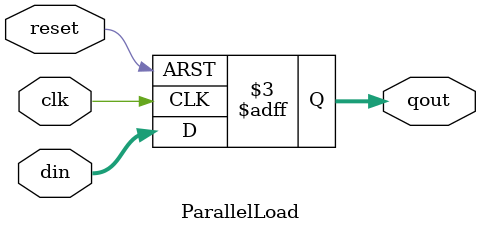
<source format=v>
module ParallelLoad(clk, reset, din, qout);
    input [3:0] din;
    input clk, reset;
    output reg [3:0] qout;

    always@(posedge clk or negedge reset) begin
        if(!reset) qout <= 4'b0;
        else qout <= din;
    end
endmodule
</source>
